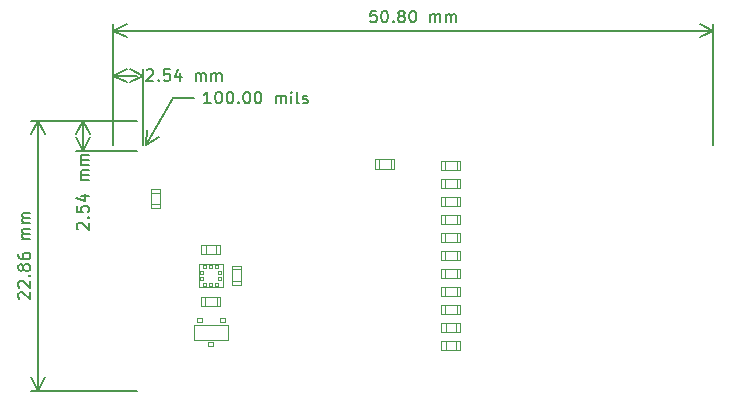
<source format=gbr>
%TF.GenerationSoftware,KiCad,Pcbnew,7.0.11*%
%TF.CreationDate,2024-03-28T16:15:39-04:00*%
%TF.ProjectId,weather-featherwing,77656174-6865-4722-9d66-656174686572,03*%
%TF.SameCoordinates,Original*%
%TF.FileFunction,OtherDrawing,Comment*%
%FSLAX46Y46*%
G04 Gerber Fmt 4.6, Leading zero omitted, Abs format (unit mm)*
G04 Created by KiCad (PCBNEW 7.0.11) date 2024-03-28 16:15:39*
%MOMM*%
%LPD*%
G01*
G04 APERTURE LIST*
%ADD10C,0.150000*%
%ADD11C,0.025000*%
G04 APERTURE END LIST*
D10*
X106350058Y-111616665D02*
X106302439Y-111569046D01*
X106302439Y-111569046D02*
X106254820Y-111473808D01*
X106254820Y-111473808D02*
X106254820Y-111235713D01*
X106254820Y-111235713D02*
X106302439Y-111140475D01*
X106302439Y-111140475D02*
X106350058Y-111092856D01*
X106350058Y-111092856D02*
X106445296Y-111045237D01*
X106445296Y-111045237D02*
X106540534Y-111045237D01*
X106540534Y-111045237D02*
X106683391Y-111092856D01*
X106683391Y-111092856D02*
X107254820Y-111664284D01*
X107254820Y-111664284D02*
X107254820Y-111045237D01*
X106350058Y-110664284D02*
X106302439Y-110616665D01*
X106302439Y-110616665D02*
X106254820Y-110521427D01*
X106254820Y-110521427D02*
X106254820Y-110283332D01*
X106254820Y-110283332D02*
X106302439Y-110188094D01*
X106302439Y-110188094D02*
X106350058Y-110140475D01*
X106350058Y-110140475D02*
X106445296Y-110092856D01*
X106445296Y-110092856D02*
X106540534Y-110092856D01*
X106540534Y-110092856D02*
X106683391Y-110140475D01*
X106683391Y-110140475D02*
X107254820Y-110711903D01*
X107254820Y-110711903D02*
X107254820Y-110092856D01*
X107159581Y-109664284D02*
X107207201Y-109616665D01*
X107207201Y-109616665D02*
X107254820Y-109664284D01*
X107254820Y-109664284D02*
X107207201Y-109711903D01*
X107207201Y-109711903D02*
X107159581Y-109664284D01*
X107159581Y-109664284D02*
X107254820Y-109664284D01*
X106683391Y-109045237D02*
X106635772Y-109140475D01*
X106635772Y-109140475D02*
X106588153Y-109188094D01*
X106588153Y-109188094D02*
X106492915Y-109235713D01*
X106492915Y-109235713D02*
X106445296Y-109235713D01*
X106445296Y-109235713D02*
X106350058Y-109188094D01*
X106350058Y-109188094D02*
X106302439Y-109140475D01*
X106302439Y-109140475D02*
X106254820Y-109045237D01*
X106254820Y-109045237D02*
X106254820Y-108854761D01*
X106254820Y-108854761D02*
X106302439Y-108759523D01*
X106302439Y-108759523D02*
X106350058Y-108711904D01*
X106350058Y-108711904D02*
X106445296Y-108664285D01*
X106445296Y-108664285D02*
X106492915Y-108664285D01*
X106492915Y-108664285D02*
X106588153Y-108711904D01*
X106588153Y-108711904D02*
X106635772Y-108759523D01*
X106635772Y-108759523D02*
X106683391Y-108854761D01*
X106683391Y-108854761D02*
X106683391Y-109045237D01*
X106683391Y-109045237D02*
X106731010Y-109140475D01*
X106731010Y-109140475D02*
X106778629Y-109188094D01*
X106778629Y-109188094D02*
X106873867Y-109235713D01*
X106873867Y-109235713D02*
X107064343Y-109235713D01*
X107064343Y-109235713D02*
X107159581Y-109188094D01*
X107159581Y-109188094D02*
X107207201Y-109140475D01*
X107207201Y-109140475D02*
X107254820Y-109045237D01*
X107254820Y-109045237D02*
X107254820Y-108854761D01*
X107254820Y-108854761D02*
X107207201Y-108759523D01*
X107207201Y-108759523D02*
X107159581Y-108711904D01*
X107159581Y-108711904D02*
X107064343Y-108664285D01*
X107064343Y-108664285D02*
X106873867Y-108664285D01*
X106873867Y-108664285D02*
X106778629Y-108711904D01*
X106778629Y-108711904D02*
X106731010Y-108759523D01*
X106731010Y-108759523D02*
X106683391Y-108854761D01*
X106254820Y-107807142D02*
X106254820Y-107997618D01*
X106254820Y-107997618D02*
X106302439Y-108092856D01*
X106302439Y-108092856D02*
X106350058Y-108140475D01*
X106350058Y-108140475D02*
X106492915Y-108235713D01*
X106492915Y-108235713D02*
X106683391Y-108283332D01*
X106683391Y-108283332D02*
X107064343Y-108283332D01*
X107064343Y-108283332D02*
X107159581Y-108235713D01*
X107159581Y-108235713D02*
X107207201Y-108188094D01*
X107207201Y-108188094D02*
X107254820Y-108092856D01*
X107254820Y-108092856D02*
X107254820Y-107902380D01*
X107254820Y-107902380D02*
X107207201Y-107807142D01*
X107207201Y-107807142D02*
X107159581Y-107759523D01*
X107159581Y-107759523D02*
X107064343Y-107711904D01*
X107064343Y-107711904D02*
X106826248Y-107711904D01*
X106826248Y-107711904D02*
X106731010Y-107759523D01*
X106731010Y-107759523D02*
X106683391Y-107807142D01*
X106683391Y-107807142D02*
X106635772Y-107902380D01*
X106635772Y-107902380D02*
X106635772Y-108092856D01*
X106635772Y-108092856D02*
X106683391Y-108188094D01*
X106683391Y-108188094D02*
X106731010Y-108235713D01*
X106731010Y-108235713D02*
X106826248Y-108283332D01*
X107254820Y-106521427D02*
X106588153Y-106521427D01*
X106683391Y-106521427D02*
X106635772Y-106473808D01*
X106635772Y-106473808D02*
X106588153Y-106378570D01*
X106588153Y-106378570D02*
X106588153Y-106235713D01*
X106588153Y-106235713D02*
X106635772Y-106140475D01*
X106635772Y-106140475D02*
X106731010Y-106092856D01*
X106731010Y-106092856D02*
X107254820Y-106092856D01*
X106731010Y-106092856D02*
X106635772Y-106045237D01*
X106635772Y-106045237D02*
X106588153Y-105949999D01*
X106588153Y-105949999D02*
X106588153Y-105807142D01*
X106588153Y-105807142D02*
X106635772Y-105711903D01*
X106635772Y-105711903D02*
X106731010Y-105664284D01*
X106731010Y-105664284D02*
X107254820Y-105664284D01*
X107254820Y-105188094D02*
X106588153Y-105188094D01*
X106683391Y-105188094D02*
X106635772Y-105140475D01*
X106635772Y-105140475D02*
X106588153Y-105045237D01*
X106588153Y-105045237D02*
X106588153Y-104902380D01*
X106588153Y-104902380D02*
X106635772Y-104807142D01*
X106635772Y-104807142D02*
X106731010Y-104759523D01*
X106731010Y-104759523D02*
X107254820Y-104759523D01*
X106731010Y-104759523D02*
X106635772Y-104711904D01*
X106635772Y-104711904D02*
X106588153Y-104616666D01*
X106588153Y-104616666D02*
X106588153Y-104473809D01*
X106588153Y-104473809D02*
X106635772Y-104378570D01*
X106635772Y-104378570D02*
X106731010Y-104330951D01*
X106731010Y-104330951D02*
X107254820Y-104330951D01*
X116340000Y-96520000D02*
X107363581Y-96520000D01*
X116340000Y-119380000D02*
X107363581Y-119380000D01*
X107950001Y-96520000D02*
X107950001Y-119380000D01*
X107950001Y-96520000D02*
X107950001Y-119380000D01*
X107950001Y-96520000D02*
X108536422Y-97646504D01*
X107950001Y-96520000D02*
X107363580Y-97646504D01*
X107950001Y-119380000D02*
X107363580Y-118253496D01*
X107950001Y-119380000D02*
X108536422Y-118253496D01*
X117129160Y-92260057D02*
X117176779Y-92212438D01*
X117176779Y-92212438D02*
X117272017Y-92164819D01*
X117272017Y-92164819D02*
X117510112Y-92164819D01*
X117510112Y-92164819D02*
X117605350Y-92212438D01*
X117605350Y-92212438D02*
X117652969Y-92260057D01*
X117652969Y-92260057D02*
X117700588Y-92355295D01*
X117700588Y-92355295D02*
X117700588Y-92450533D01*
X117700588Y-92450533D02*
X117652969Y-92593390D01*
X117652969Y-92593390D02*
X117081541Y-93164819D01*
X117081541Y-93164819D02*
X117700588Y-93164819D01*
X118129160Y-93069580D02*
X118176779Y-93117200D01*
X118176779Y-93117200D02*
X118129160Y-93164819D01*
X118129160Y-93164819D02*
X118081541Y-93117200D01*
X118081541Y-93117200D02*
X118129160Y-93069580D01*
X118129160Y-93069580D02*
X118129160Y-93164819D01*
X119081540Y-92164819D02*
X118605350Y-92164819D01*
X118605350Y-92164819D02*
X118557731Y-92641009D01*
X118557731Y-92641009D02*
X118605350Y-92593390D01*
X118605350Y-92593390D02*
X118700588Y-92545771D01*
X118700588Y-92545771D02*
X118938683Y-92545771D01*
X118938683Y-92545771D02*
X119033921Y-92593390D01*
X119033921Y-92593390D02*
X119081540Y-92641009D01*
X119081540Y-92641009D02*
X119129159Y-92736247D01*
X119129159Y-92736247D02*
X119129159Y-92974342D01*
X119129159Y-92974342D02*
X119081540Y-93069580D01*
X119081540Y-93069580D02*
X119033921Y-93117200D01*
X119033921Y-93117200D02*
X118938683Y-93164819D01*
X118938683Y-93164819D02*
X118700588Y-93164819D01*
X118700588Y-93164819D02*
X118605350Y-93117200D01*
X118605350Y-93117200D02*
X118557731Y-93069580D01*
X119986302Y-92498152D02*
X119986302Y-93164819D01*
X119748207Y-92117200D02*
X119510112Y-92831485D01*
X119510112Y-92831485D02*
X120129159Y-92831485D01*
X121272017Y-93164819D02*
X121272017Y-92498152D01*
X121272017Y-92593390D02*
X121319636Y-92545771D01*
X121319636Y-92545771D02*
X121414874Y-92498152D01*
X121414874Y-92498152D02*
X121557731Y-92498152D01*
X121557731Y-92498152D02*
X121652969Y-92545771D01*
X121652969Y-92545771D02*
X121700588Y-92641009D01*
X121700588Y-92641009D02*
X121700588Y-93164819D01*
X121700588Y-92641009D02*
X121748207Y-92545771D01*
X121748207Y-92545771D02*
X121843445Y-92498152D01*
X121843445Y-92498152D02*
X121986302Y-92498152D01*
X121986302Y-92498152D02*
X122081541Y-92545771D01*
X122081541Y-92545771D02*
X122129160Y-92641009D01*
X122129160Y-92641009D02*
X122129160Y-93164819D01*
X122605350Y-93164819D02*
X122605350Y-92498152D01*
X122605350Y-92593390D02*
X122652969Y-92545771D01*
X122652969Y-92545771D02*
X122748207Y-92498152D01*
X122748207Y-92498152D02*
X122891064Y-92498152D01*
X122891064Y-92498152D02*
X122986302Y-92545771D01*
X122986302Y-92545771D02*
X123033921Y-92641009D01*
X123033921Y-92641009D02*
X123033921Y-93164819D01*
X123033921Y-92641009D02*
X123081540Y-92545771D01*
X123081540Y-92545771D02*
X123176778Y-92498152D01*
X123176778Y-92498152D02*
X123319635Y-92498152D01*
X123319635Y-92498152D02*
X123414874Y-92545771D01*
X123414874Y-92545771D02*
X123462493Y-92641009D01*
X123462493Y-92641009D02*
X123462493Y-93164819D01*
X114300000Y-98560000D02*
X114300000Y-92123580D01*
X116840000Y-98560000D02*
X116840000Y-92123580D01*
X114300000Y-92710000D02*
X116340000Y-92710000D01*
X114300000Y-92710000D02*
X115426504Y-92123579D01*
X114300000Y-92710000D02*
X115426504Y-93296421D01*
X116840000Y-92710000D02*
X115713496Y-93296421D01*
X116840000Y-92710000D02*
X115713496Y-92123579D01*
X136557143Y-87204819D02*
X136080953Y-87204819D01*
X136080953Y-87204819D02*
X136033334Y-87681009D01*
X136033334Y-87681009D02*
X136080953Y-87633390D01*
X136080953Y-87633390D02*
X136176191Y-87585771D01*
X136176191Y-87585771D02*
X136414286Y-87585771D01*
X136414286Y-87585771D02*
X136509524Y-87633390D01*
X136509524Y-87633390D02*
X136557143Y-87681009D01*
X136557143Y-87681009D02*
X136604762Y-87776247D01*
X136604762Y-87776247D02*
X136604762Y-88014342D01*
X136604762Y-88014342D02*
X136557143Y-88109580D01*
X136557143Y-88109580D02*
X136509524Y-88157200D01*
X136509524Y-88157200D02*
X136414286Y-88204819D01*
X136414286Y-88204819D02*
X136176191Y-88204819D01*
X136176191Y-88204819D02*
X136080953Y-88157200D01*
X136080953Y-88157200D02*
X136033334Y-88109580D01*
X137223810Y-87204819D02*
X137319048Y-87204819D01*
X137319048Y-87204819D02*
X137414286Y-87252438D01*
X137414286Y-87252438D02*
X137461905Y-87300057D01*
X137461905Y-87300057D02*
X137509524Y-87395295D01*
X137509524Y-87395295D02*
X137557143Y-87585771D01*
X137557143Y-87585771D02*
X137557143Y-87823866D01*
X137557143Y-87823866D02*
X137509524Y-88014342D01*
X137509524Y-88014342D02*
X137461905Y-88109580D01*
X137461905Y-88109580D02*
X137414286Y-88157200D01*
X137414286Y-88157200D02*
X137319048Y-88204819D01*
X137319048Y-88204819D02*
X137223810Y-88204819D01*
X137223810Y-88204819D02*
X137128572Y-88157200D01*
X137128572Y-88157200D02*
X137080953Y-88109580D01*
X137080953Y-88109580D02*
X137033334Y-88014342D01*
X137033334Y-88014342D02*
X136985715Y-87823866D01*
X136985715Y-87823866D02*
X136985715Y-87585771D01*
X136985715Y-87585771D02*
X137033334Y-87395295D01*
X137033334Y-87395295D02*
X137080953Y-87300057D01*
X137080953Y-87300057D02*
X137128572Y-87252438D01*
X137128572Y-87252438D02*
X137223810Y-87204819D01*
X137985715Y-88109580D02*
X138033334Y-88157200D01*
X138033334Y-88157200D02*
X137985715Y-88204819D01*
X137985715Y-88204819D02*
X137938096Y-88157200D01*
X137938096Y-88157200D02*
X137985715Y-88109580D01*
X137985715Y-88109580D02*
X137985715Y-88204819D01*
X138604762Y-87633390D02*
X138509524Y-87585771D01*
X138509524Y-87585771D02*
X138461905Y-87538152D01*
X138461905Y-87538152D02*
X138414286Y-87442914D01*
X138414286Y-87442914D02*
X138414286Y-87395295D01*
X138414286Y-87395295D02*
X138461905Y-87300057D01*
X138461905Y-87300057D02*
X138509524Y-87252438D01*
X138509524Y-87252438D02*
X138604762Y-87204819D01*
X138604762Y-87204819D02*
X138795238Y-87204819D01*
X138795238Y-87204819D02*
X138890476Y-87252438D01*
X138890476Y-87252438D02*
X138938095Y-87300057D01*
X138938095Y-87300057D02*
X138985714Y-87395295D01*
X138985714Y-87395295D02*
X138985714Y-87442914D01*
X138985714Y-87442914D02*
X138938095Y-87538152D01*
X138938095Y-87538152D02*
X138890476Y-87585771D01*
X138890476Y-87585771D02*
X138795238Y-87633390D01*
X138795238Y-87633390D02*
X138604762Y-87633390D01*
X138604762Y-87633390D02*
X138509524Y-87681009D01*
X138509524Y-87681009D02*
X138461905Y-87728628D01*
X138461905Y-87728628D02*
X138414286Y-87823866D01*
X138414286Y-87823866D02*
X138414286Y-88014342D01*
X138414286Y-88014342D02*
X138461905Y-88109580D01*
X138461905Y-88109580D02*
X138509524Y-88157200D01*
X138509524Y-88157200D02*
X138604762Y-88204819D01*
X138604762Y-88204819D02*
X138795238Y-88204819D01*
X138795238Y-88204819D02*
X138890476Y-88157200D01*
X138890476Y-88157200D02*
X138938095Y-88109580D01*
X138938095Y-88109580D02*
X138985714Y-88014342D01*
X138985714Y-88014342D02*
X138985714Y-87823866D01*
X138985714Y-87823866D02*
X138938095Y-87728628D01*
X138938095Y-87728628D02*
X138890476Y-87681009D01*
X138890476Y-87681009D02*
X138795238Y-87633390D01*
X139604762Y-87204819D02*
X139700000Y-87204819D01*
X139700000Y-87204819D02*
X139795238Y-87252438D01*
X139795238Y-87252438D02*
X139842857Y-87300057D01*
X139842857Y-87300057D02*
X139890476Y-87395295D01*
X139890476Y-87395295D02*
X139938095Y-87585771D01*
X139938095Y-87585771D02*
X139938095Y-87823866D01*
X139938095Y-87823866D02*
X139890476Y-88014342D01*
X139890476Y-88014342D02*
X139842857Y-88109580D01*
X139842857Y-88109580D02*
X139795238Y-88157200D01*
X139795238Y-88157200D02*
X139700000Y-88204819D01*
X139700000Y-88204819D02*
X139604762Y-88204819D01*
X139604762Y-88204819D02*
X139509524Y-88157200D01*
X139509524Y-88157200D02*
X139461905Y-88109580D01*
X139461905Y-88109580D02*
X139414286Y-88014342D01*
X139414286Y-88014342D02*
X139366667Y-87823866D01*
X139366667Y-87823866D02*
X139366667Y-87585771D01*
X139366667Y-87585771D02*
X139414286Y-87395295D01*
X139414286Y-87395295D02*
X139461905Y-87300057D01*
X139461905Y-87300057D02*
X139509524Y-87252438D01*
X139509524Y-87252438D02*
X139604762Y-87204819D01*
X141128572Y-88204819D02*
X141128572Y-87538152D01*
X141128572Y-87633390D02*
X141176191Y-87585771D01*
X141176191Y-87585771D02*
X141271429Y-87538152D01*
X141271429Y-87538152D02*
X141414286Y-87538152D01*
X141414286Y-87538152D02*
X141509524Y-87585771D01*
X141509524Y-87585771D02*
X141557143Y-87681009D01*
X141557143Y-87681009D02*
X141557143Y-88204819D01*
X141557143Y-87681009D02*
X141604762Y-87585771D01*
X141604762Y-87585771D02*
X141700000Y-87538152D01*
X141700000Y-87538152D02*
X141842857Y-87538152D01*
X141842857Y-87538152D02*
X141938096Y-87585771D01*
X141938096Y-87585771D02*
X141985715Y-87681009D01*
X141985715Y-87681009D02*
X141985715Y-88204819D01*
X142461905Y-88204819D02*
X142461905Y-87538152D01*
X142461905Y-87633390D02*
X142509524Y-87585771D01*
X142509524Y-87585771D02*
X142604762Y-87538152D01*
X142604762Y-87538152D02*
X142747619Y-87538152D01*
X142747619Y-87538152D02*
X142842857Y-87585771D01*
X142842857Y-87585771D02*
X142890476Y-87681009D01*
X142890476Y-87681009D02*
X142890476Y-88204819D01*
X142890476Y-87681009D02*
X142938095Y-87585771D01*
X142938095Y-87585771D02*
X143033333Y-87538152D01*
X143033333Y-87538152D02*
X143176190Y-87538152D01*
X143176190Y-87538152D02*
X143271429Y-87585771D01*
X143271429Y-87585771D02*
X143319048Y-87681009D01*
X143319048Y-87681009D02*
X143319048Y-88204819D01*
X114300000Y-98560000D02*
X114300000Y-88313580D01*
X165100000Y-98560000D02*
X165100000Y-88313580D01*
X114300000Y-88900000D02*
X165100000Y-88900000D01*
X114300000Y-88900000D02*
X165100000Y-88900000D01*
X114300000Y-88900000D02*
X115426504Y-88313579D01*
X114300000Y-88900000D02*
X115426504Y-89486421D01*
X165100000Y-88900000D02*
X163973496Y-89486421D01*
X165100000Y-88900000D02*
X163973496Y-88313579D01*
X111310057Y-105730111D02*
X111262438Y-105682492D01*
X111262438Y-105682492D02*
X111214819Y-105587254D01*
X111214819Y-105587254D02*
X111214819Y-105349159D01*
X111214819Y-105349159D02*
X111262438Y-105253921D01*
X111262438Y-105253921D02*
X111310057Y-105206302D01*
X111310057Y-105206302D02*
X111405295Y-105158683D01*
X111405295Y-105158683D02*
X111500533Y-105158683D01*
X111500533Y-105158683D02*
X111643390Y-105206302D01*
X111643390Y-105206302D02*
X112214819Y-105777730D01*
X112214819Y-105777730D02*
X112214819Y-105158683D01*
X112119580Y-104730111D02*
X112167200Y-104682492D01*
X112167200Y-104682492D02*
X112214819Y-104730111D01*
X112214819Y-104730111D02*
X112167200Y-104777730D01*
X112167200Y-104777730D02*
X112119580Y-104730111D01*
X112119580Y-104730111D02*
X112214819Y-104730111D01*
X111214819Y-103777731D02*
X111214819Y-104253921D01*
X111214819Y-104253921D02*
X111691009Y-104301540D01*
X111691009Y-104301540D02*
X111643390Y-104253921D01*
X111643390Y-104253921D02*
X111595771Y-104158683D01*
X111595771Y-104158683D02*
X111595771Y-103920588D01*
X111595771Y-103920588D02*
X111643390Y-103825350D01*
X111643390Y-103825350D02*
X111691009Y-103777731D01*
X111691009Y-103777731D02*
X111786247Y-103730112D01*
X111786247Y-103730112D02*
X112024342Y-103730112D01*
X112024342Y-103730112D02*
X112119580Y-103777731D01*
X112119580Y-103777731D02*
X112167200Y-103825350D01*
X112167200Y-103825350D02*
X112214819Y-103920588D01*
X112214819Y-103920588D02*
X112214819Y-104158683D01*
X112214819Y-104158683D02*
X112167200Y-104253921D01*
X112167200Y-104253921D02*
X112119580Y-104301540D01*
X111548152Y-102872969D02*
X112214819Y-102872969D01*
X111167200Y-103111064D02*
X111881485Y-103349159D01*
X111881485Y-103349159D02*
X111881485Y-102730112D01*
X112214819Y-101587254D02*
X111548152Y-101587254D01*
X111643390Y-101587254D02*
X111595771Y-101539635D01*
X111595771Y-101539635D02*
X111548152Y-101444397D01*
X111548152Y-101444397D02*
X111548152Y-101301540D01*
X111548152Y-101301540D02*
X111595771Y-101206302D01*
X111595771Y-101206302D02*
X111691009Y-101158683D01*
X111691009Y-101158683D02*
X112214819Y-101158683D01*
X111691009Y-101158683D02*
X111595771Y-101111064D01*
X111595771Y-101111064D02*
X111548152Y-101015826D01*
X111548152Y-101015826D02*
X111548152Y-100872969D01*
X111548152Y-100872969D02*
X111595771Y-100777730D01*
X111595771Y-100777730D02*
X111691009Y-100730111D01*
X111691009Y-100730111D02*
X112214819Y-100730111D01*
X112214819Y-100253921D02*
X111548152Y-100253921D01*
X111643390Y-100253921D02*
X111595771Y-100206302D01*
X111595771Y-100206302D02*
X111548152Y-100111064D01*
X111548152Y-100111064D02*
X111548152Y-99968207D01*
X111548152Y-99968207D02*
X111595771Y-99872969D01*
X111595771Y-99872969D02*
X111691009Y-99825350D01*
X111691009Y-99825350D02*
X112214819Y-99825350D01*
X111691009Y-99825350D02*
X111595771Y-99777731D01*
X111595771Y-99777731D02*
X111548152Y-99682493D01*
X111548152Y-99682493D02*
X111548152Y-99539636D01*
X111548152Y-99539636D02*
X111595771Y-99444397D01*
X111595771Y-99444397D02*
X111691009Y-99396778D01*
X111691009Y-99396778D02*
X112214819Y-99396778D01*
X116340000Y-96520000D02*
X111173580Y-96520000D01*
X116340000Y-99060000D02*
X111173580Y-99060000D01*
X111760000Y-96520000D02*
X111760000Y-99060000D01*
X111760000Y-96520000D02*
X111760000Y-99060000D01*
X111760000Y-96520000D02*
X112346421Y-97646504D01*
X111760000Y-96520000D02*
X111173579Y-97646504D01*
X111760000Y-99060000D02*
X111173579Y-97933496D01*
X111760000Y-99060000D02*
X112346421Y-97933496D01*
X122555476Y-95069819D02*
X121984048Y-95069819D01*
X122269762Y-95069819D02*
X122269762Y-94069819D01*
X122269762Y-94069819D02*
X122174524Y-94212676D01*
X122174524Y-94212676D02*
X122079286Y-94307914D01*
X122079286Y-94307914D02*
X121984048Y-94355533D01*
X123174524Y-94069819D02*
X123269762Y-94069819D01*
X123269762Y-94069819D02*
X123365000Y-94117438D01*
X123365000Y-94117438D02*
X123412619Y-94165057D01*
X123412619Y-94165057D02*
X123460238Y-94260295D01*
X123460238Y-94260295D02*
X123507857Y-94450771D01*
X123507857Y-94450771D02*
X123507857Y-94688866D01*
X123507857Y-94688866D02*
X123460238Y-94879342D01*
X123460238Y-94879342D02*
X123412619Y-94974580D01*
X123412619Y-94974580D02*
X123365000Y-95022200D01*
X123365000Y-95022200D02*
X123269762Y-95069819D01*
X123269762Y-95069819D02*
X123174524Y-95069819D01*
X123174524Y-95069819D02*
X123079286Y-95022200D01*
X123079286Y-95022200D02*
X123031667Y-94974580D01*
X123031667Y-94974580D02*
X122984048Y-94879342D01*
X122984048Y-94879342D02*
X122936429Y-94688866D01*
X122936429Y-94688866D02*
X122936429Y-94450771D01*
X122936429Y-94450771D02*
X122984048Y-94260295D01*
X122984048Y-94260295D02*
X123031667Y-94165057D01*
X123031667Y-94165057D02*
X123079286Y-94117438D01*
X123079286Y-94117438D02*
X123174524Y-94069819D01*
X124126905Y-94069819D02*
X124222143Y-94069819D01*
X124222143Y-94069819D02*
X124317381Y-94117438D01*
X124317381Y-94117438D02*
X124365000Y-94165057D01*
X124365000Y-94165057D02*
X124412619Y-94260295D01*
X124412619Y-94260295D02*
X124460238Y-94450771D01*
X124460238Y-94450771D02*
X124460238Y-94688866D01*
X124460238Y-94688866D02*
X124412619Y-94879342D01*
X124412619Y-94879342D02*
X124365000Y-94974580D01*
X124365000Y-94974580D02*
X124317381Y-95022200D01*
X124317381Y-95022200D02*
X124222143Y-95069819D01*
X124222143Y-95069819D02*
X124126905Y-95069819D01*
X124126905Y-95069819D02*
X124031667Y-95022200D01*
X124031667Y-95022200D02*
X123984048Y-94974580D01*
X123984048Y-94974580D02*
X123936429Y-94879342D01*
X123936429Y-94879342D02*
X123888810Y-94688866D01*
X123888810Y-94688866D02*
X123888810Y-94450771D01*
X123888810Y-94450771D02*
X123936429Y-94260295D01*
X123936429Y-94260295D02*
X123984048Y-94165057D01*
X123984048Y-94165057D02*
X124031667Y-94117438D01*
X124031667Y-94117438D02*
X124126905Y-94069819D01*
X124888810Y-94974580D02*
X124936429Y-95022200D01*
X124936429Y-95022200D02*
X124888810Y-95069819D01*
X124888810Y-95069819D02*
X124841191Y-95022200D01*
X124841191Y-95022200D02*
X124888810Y-94974580D01*
X124888810Y-94974580D02*
X124888810Y-95069819D01*
X125555476Y-94069819D02*
X125650714Y-94069819D01*
X125650714Y-94069819D02*
X125745952Y-94117438D01*
X125745952Y-94117438D02*
X125793571Y-94165057D01*
X125793571Y-94165057D02*
X125841190Y-94260295D01*
X125841190Y-94260295D02*
X125888809Y-94450771D01*
X125888809Y-94450771D02*
X125888809Y-94688866D01*
X125888809Y-94688866D02*
X125841190Y-94879342D01*
X125841190Y-94879342D02*
X125793571Y-94974580D01*
X125793571Y-94974580D02*
X125745952Y-95022200D01*
X125745952Y-95022200D02*
X125650714Y-95069819D01*
X125650714Y-95069819D02*
X125555476Y-95069819D01*
X125555476Y-95069819D02*
X125460238Y-95022200D01*
X125460238Y-95022200D02*
X125412619Y-94974580D01*
X125412619Y-94974580D02*
X125365000Y-94879342D01*
X125365000Y-94879342D02*
X125317381Y-94688866D01*
X125317381Y-94688866D02*
X125317381Y-94450771D01*
X125317381Y-94450771D02*
X125365000Y-94260295D01*
X125365000Y-94260295D02*
X125412619Y-94165057D01*
X125412619Y-94165057D02*
X125460238Y-94117438D01*
X125460238Y-94117438D02*
X125555476Y-94069819D01*
X126507857Y-94069819D02*
X126603095Y-94069819D01*
X126603095Y-94069819D02*
X126698333Y-94117438D01*
X126698333Y-94117438D02*
X126745952Y-94165057D01*
X126745952Y-94165057D02*
X126793571Y-94260295D01*
X126793571Y-94260295D02*
X126841190Y-94450771D01*
X126841190Y-94450771D02*
X126841190Y-94688866D01*
X126841190Y-94688866D02*
X126793571Y-94879342D01*
X126793571Y-94879342D02*
X126745952Y-94974580D01*
X126745952Y-94974580D02*
X126698333Y-95022200D01*
X126698333Y-95022200D02*
X126603095Y-95069819D01*
X126603095Y-95069819D02*
X126507857Y-95069819D01*
X126507857Y-95069819D02*
X126412619Y-95022200D01*
X126412619Y-95022200D02*
X126365000Y-94974580D01*
X126365000Y-94974580D02*
X126317381Y-94879342D01*
X126317381Y-94879342D02*
X126269762Y-94688866D01*
X126269762Y-94688866D02*
X126269762Y-94450771D01*
X126269762Y-94450771D02*
X126317381Y-94260295D01*
X126317381Y-94260295D02*
X126365000Y-94165057D01*
X126365000Y-94165057D02*
X126412619Y-94117438D01*
X126412619Y-94117438D02*
X126507857Y-94069819D01*
X128031667Y-95069819D02*
X128031667Y-94403152D01*
X128031667Y-94498390D02*
X128079286Y-94450771D01*
X128079286Y-94450771D02*
X128174524Y-94403152D01*
X128174524Y-94403152D02*
X128317381Y-94403152D01*
X128317381Y-94403152D02*
X128412619Y-94450771D01*
X128412619Y-94450771D02*
X128460238Y-94546009D01*
X128460238Y-94546009D02*
X128460238Y-95069819D01*
X128460238Y-94546009D02*
X128507857Y-94450771D01*
X128507857Y-94450771D02*
X128603095Y-94403152D01*
X128603095Y-94403152D02*
X128745952Y-94403152D01*
X128745952Y-94403152D02*
X128841191Y-94450771D01*
X128841191Y-94450771D02*
X128888810Y-94546009D01*
X128888810Y-94546009D02*
X128888810Y-95069819D01*
X129365000Y-95069819D02*
X129365000Y-94403152D01*
X129365000Y-94069819D02*
X129317381Y-94117438D01*
X129317381Y-94117438D02*
X129365000Y-94165057D01*
X129365000Y-94165057D02*
X129412619Y-94117438D01*
X129412619Y-94117438D02*
X129365000Y-94069819D01*
X129365000Y-94069819D02*
X129365000Y-94165057D01*
X129984047Y-95069819D02*
X129888809Y-95022200D01*
X129888809Y-95022200D02*
X129841190Y-94926961D01*
X129841190Y-94926961D02*
X129841190Y-94069819D01*
X130317381Y-95022200D02*
X130412619Y-95069819D01*
X130412619Y-95069819D02*
X130603095Y-95069819D01*
X130603095Y-95069819D02*
X130698333Y-95022200D01*
X130698333Y-95022200D02*
X130745952Y-94926961D01*
X130745952Y-94926961D02*
X130745952Y-94879342D01*
X130745952Y-94879342D02*
X130698333Y-94784104D01*
X130698333Y-94784104D02*
X130603095Y-94736485D01*
X130603095Y-94736485D02*
X130460238Y-94736485D01*
X130460238Y-94736485D02*
X130365000Y-94688866D01*
X130365000Y-94688866D02*
X130317381Y-94593628D01*
X130317381Y-94593628D02*
X130317381Y-94546009D01*
X130317381Y-94546009D02*
X130365000Y-94450771D01*
X130365000Y-94450771D02*
X130460238Y-94403152D01*
X130460238Y-94403152D02*
X130603095Y-94403152D01*
X130603095Y-94403152D02*
X130698333Y-94450771D01*
X117088069Y-98625878D02*
X119380000Y-94615000D01*
X117088069Y-98625878D02*
X117137816Y-97356853D01*
X117088069Y-98625878D02*
X118156127Y-97938745D01*
X119380000Y-94615000D02*
X121168572Y-94615000D01*
X117088069Y-98625878D02*
X119380000Y-94615000D01*
X117088069Y-98625878D02*
X117137816Y-97356853D01*
X117088069Y-98625878D02*
X118156127Y-97938745D01*
X119380000Y-94615000D02*
X121168572Y-94615000D01*
D11*
%TO.C,R5*%
X142075000Y-107550000D02*
X142375000Y-107550000D01*
X142075000Y-107550000D02*
X143675000Y-107550000D01*
X142075000Y-108350000D02*
X142075000Y-107550000D01*
X142075000Y-108350000D02*
X142075000Y-107550000D01*
X142375000Y-107550000D02*
X142375000Y-108350000D01*
X142375000Y-108350000D02*
X142075000Y-108350000D01*
X143375000Y-107550000D02*
X143675000Y-107550000D01*
X143375000Y-108350000D02*
X143375000Y-107550000D01*
X143675000Y-107550000D02*
X143675000Y-108350000D01*
X143675000Y-107550000D02*
X143675000Y-108350000D01*
X143675000Y-108350000D02*
X142075000Y-108350000D01*
X143675000Y-108350000D02*
X143375000Y-108350000D01*
%TO.C,U3*%
X123985000Y-115067000D02*
X121125000Y-115067000D01*
X123985000Y-113787000D02*
X123985000Y-115067000D01*
X123715000Y-113606000D02*
X123295000Y-113606000D01*
X123715000Y-113242000D02*
X123715000Y-113606000D01*
X123295000Y-113606000D02*
X123295000Y-113242000D01*
X123295000Y-113242000D02*
X123715000Y-113242000D01*
X122765000Y-115612000D02*
X122345000Y-115612000D01*
X122765000Y-115248000D02*
X122765000Y-115612000D01*
X122345000Y-115612000D02*
X122345000Y-115248000D01*
X122345000Y-115248000D02*
X122765000Y-115248000D01*
X121815000Y-113606000D02*
X121395000Y-113606000D01*
X121815000Y-113242000D02*
X121815000Y-113606000D01*
X121395000Y-113606000D02*
X121395000Y-113242000D01*
X121395000Y-113242000D02*
X121815000Y-113242000D01*
X121125000Y-115067000D02*
X121125000Y-113787000D01*
X121125000Y-113787000D02*
X123985000Y-113787000D01*
%TO.C,R10*%
X124314000Y-110426400D02*
X124314000Y-110126400D01*
X124314000Y-110426400D02*
X124314000Y-108826400D01*
X125114000Y-110426400D02*
X124314000Y-110426400D01*
X125114000Y-110426400D02*
X124314000Y-110426400D01*
X124314000Y-110126400D02*
X125114000Y-110126400D01*
X125114000Y-110126400D02*
X125114000Y-110426400D01*
X124314000Y-109126400D02*
X124314000Y-108826400D01*
X125114000Y-109126400D02*
X124314000Y-109126400D01*
X124314000Y-108826400D02*
X125114000Y-108826400D01*
X124314000Y-108826400D02*
X125114000Y-108826400D01*
X125114000Y-108826400D02*
X125114000Y-110426400D01*
X125114000Y-108826400D02*
X125114000Y-109126400D01*
%TO.C,R11*%
X123355000Y-112261600D02*
X123055000Y-112261600D01*
X123355000Y-112261600D02*
X121755000Y-112261600D01*
X123355000Y-111461600D02*
X123355000Y-112261600D01*
X123355000Y-111461600D02*
X123355000Y-112261600D01*
X123055000Y-112261600D02*
X123055000Y-111461600D01*
X123055000Y-111461600D02*
X123355000Y-111461600D01*
X122055000Y-112261600D02*
X121755000Y-112261600D01*
X122055000Y-111461600D02*
X122055000Y-112261600D01*
X121755000Y-112261600D02*
X121755000Y-111461600D01*
X121755000Y-112261600D02*
X121755000Y-111461600D01*
X121755000Y-111461600D02*
X123355000Y-111461600D01*
X121755000Y-111461600D02*
X122055000Y-111461600D01*
%TO.C,R4*%
X142075000Y-109074000D02*
X142375000Y-109074000D01*
X142075000Y-109074000D02*
X143675000Y-109074000D01*
X142075000Y-109874000D02*
X142075000Y-109074000D01*
X142075000Y-109874000D02*
X142075000Y-109074000D01*
X142375000Y-109074000D02*
X142375000Y-109874000D01*
X142375000Y-109874000D02*
X142075000Y-109874000D01*
X143375000Y-109074000D02*
X143675000Y-109074000D01*
X143375000Y-109874000D02*
X143375000Y-109074000D01*
X143675000Y-109074000D02*
X143675000Y-109874000D01*
X143675000Y-109074000D02*
X143675000Y-109874000D01*
X143675000Y-109874000D02*
X142075000Y-109874000D01*
X143675000Y-109874000D02*
X143375000Y-109874000D01*
%TO.C,C1*%
X142075000Y-115170000D02*
X142425000Y-115170000D01*
X142075000Y-115170000D02*
X143675000Y-115170000D01*
X142075000Y-115970000D02*
X142075000Y-115170000D01*
X142075000Y-115970000D02*
X142075000Y-115170000D01*
X142425000Y-115170000D02*
X142425000Y-115970000D01*
X142425000Y-115970000D02*
X142075000Y-115970000D01*
X143325000Y-115170000D02*
X143675000Y-115170000D01*
X143325000Y-115970000D02*
X143325000Y-115170000D01*
X143675000Y-115170000D02*
X143675000Y-115970000D01*
X143675000Y-115170000D02*
X143675000Y-115970000D01*
X143675000Y-115970000D02*
X142075000Y-115970000D01*
X143675000Y-115970000D02*
X143325000Y-115970000D01*
%TO.C,R2*%
X142075000Y-112122000D02*
X142375000Y-112122000D01*
X142075000Y-112122000D02*
X143675000Y-112122000D01*
X142075000Y-112922000D02*
X142075000Y-112122000D01*
X142075000Y-112922000D02*
X142075000Y-112122000D01*
X142375000Y-112122000D02*
X142375000Y-112922000D01*
X142375000Y-112922000D02*
X142075000Y-112922000D01*
X143375000Y-112122000D02*
X143675000Y-112122000D01*
X143375000Y-112922000D02*
X143375000Y-112122000D01*
X143675000Y-112122000D02*
X143675000Y-112922000D01*
X143675000Y-112122000D02*
X143675000Y-112922000D01*
X143675000Y-112922000D02*
X142075000Y-112922000D01*
X143675000Y-112922000D02*
X143375000Y-112922000D01*
%TO.C,U1*%
X121555000Y-108626400D02*
X123555000Y-108626400D01*
X121555000Y-110626400D02*
X121555000Y-108626400D01*
X121654000Y-109251400D02*
X121930000Y-109251400D01*
X121654000Y-109501400D02*
X121654000Y-109251400D01*
X121654000Y-109751400D02*
X121930000Y-109751400D01*
X121654000Y-110001400D02*
X121654000Y-109751400D01*
X121930000Y-108725400D02*
X122180000Y-108725400D01*
X121930000Y-109001400D02*
X121930000Y-108725400D01*
X121930000Y-109251400D02*
X121930000Y-109501400D01*
X121930000Y-109501400D02*
X121654000Y-109501400D01*
X121930000Y-109751400D02*
X121930000Y-110001400D01*
X121930000Y-110001400D02*
X121654000Y-110001400D01*
X121930000Y-110251400D02*
X122180000Y-110251400D01*
X121930000Y-110527400D02*
X121930000Y-110251400D01*
X122180000Y-108725400D02*
X122180000Y-109001400D01*
X122180000Y-109001400D02*
X121930000Y-109001400D01*
X122180000Y-110251400D02*
X122180000Y-110527400D01*
X122180000Y-110527400D02*
X121930000Y-110527400D01*
X122430000Y-108725400D02*
X122680000Y-108725400D01*
X122430000Y-109001400D02*
X122430000Y-108725400D01*
X122430000Y-110251400D02*
X122680000Y-110251400D01*
X122430000Y-110527400D02*
X122430000Y-110251400D01*
X122680000Y-108725400D02*
X122680000Y-109001400D01*
X122680000Y-109001400D02*
X122430000Y-109001400D01*
X122680000Y-110251400D02*
X122680000Y-110527400D01*
X122680000Y-110527400D02*
X122430000Y-110527400D01*
X122930000Y-108725400D02*
X123180000Y-108725400D01*
X122930000Y-109001400D02*
X122930000Y-108725400D01*
X122930000Y-110251400D02*
X123180000Y-110251400D01*
X122930000Y-110527400D02*
X122930000Y-110251400D01*
X123180000Y-108725400D02*
X123180000Y-109001400D01*
X123180000Y-109001400D02*
X122930000Y-109001400D01*
X123180000Y-109251400D02*
X123456000Y-109251400D01*
X123180000Y-109501400D02*
X123180000Y-109251400D01*
X123180000Y-109751400D02*
X123456000Y-109751400D01*
X123180000Y-110001400D02*
X123180000Y-109751400D01*
X123180000Y-110251400D02*
X123180000Y-110527400D01*
X123180000Y-110527400D02*
X122930000Y-110527400D01*
X123456000Y-109251400D02*
X123456000Y-109501400D01*
X123456000Y-109501400D02*
X123180000Y-109501400D01*
X123456000Y-109751400D02*
X123456000Y-110001400D01*
X123456000Y-110001400D02*
X123180000Y-110001400D01*
X123555000Y-108626400D02*
X123555000Y-110626400D01*
X123555000Y-110626400D02*
X121555000Y-110626400D01*
%TO.C,R8*%
X142075000Y-101454000D02*
X142375000Y-101454000D01*
X142075000Y-101454000D02*
X143675000Y-101454000D01*
X142075000Y-102254000D02*
X142075000Y-101454000D01*
X142075000Y-102254000D02*
X142075000Y-101454000D01*
X142375000Y-101454000D02*
X142375000Y-102254000D01*
X142375000Y-102254000D02*
X142075000Y-102254000D01*
X143375000Y-101454000D02*
X143675000Y-101454000D01*
X143375000Y-102254000D02*
X143375000Y-101454000D01*
X143675000Y-101454000D02*
X143675000Y-102254000D01*
X143675000Y-101454000D02*
X143675000Y-102254000D01*
X143675000Y-102254000D02*
X142075000Y-102254000D01*
X143675000Y-102254000D02*
X143375000Y-102254000D01*
%TO.C,R12*%
X136487000Y-99803000D02*
X136787000Y-99803000D01*
X136487000Y-99803000D02*
X138087000Y-99803000D01*
X136487000Y-100603000D02*
X136487000Y-99803000D01*
X136487000Y-100603000D02*
X136487000Y-99803000D01*
X136787000Y-99803000D02*
X136787000Y-100603000D01*
X136787000Y-100603000D02*
X136487000Y-100603000D01*
X137787000Y-99803000D02*
X138087000Y-99803000D01*
X137787000Y-100603000D02*
X137787000Y-99803000D01*
X138087000Y-99803000D02*
X138087000Y-100603000D01*
X138087000Y-99803000D02*
X138087000Y-100603000D01*
X138087000Y-100603000D02*
X136487000Y-100603000D01*
X138087000Y-100603000D02*
X137787000Y-100603000D01*
%TO.C,C2*%
X142075000Y-113646000D02*
X142425000Y-113646000D01*
X142075000Y-113646000D02*
X143675000Y-113646000D01*
X142075000Y-114446000D02*
X142075000Y-113646000D01*
X142075000Y-114446000D02*
X142075000Y-113646000D01*
X142425000Y-113646000D02*
X142425000Y-114446000D01*
X142425000Y-114446000D02*
X142075000Y-114446000D01*
X143325000Y-113646000D02*
X143675000Y-113646000D01*
X143325000Y-114446000D02*
X143325000Y-113646000D01*
X143675000Y-113646000D02*
X143675000Y-114446000D01*
X143675000Y-113646000D02*
X143675000Y-114446000D01*
X143675000Y-114446000D02*
X142075000Y-114446000D01*
X143675000Y-114446000D02*
X143325000Y-114446000D01*
%TO.C,R1*%
X142075000Y-106026000D02*
X142375000Y-106026000D01*
X142075000Y-106026000D02*
X143675000Y-106026000D01*
X142075000Y-106826000D02*
X142075000Y-106026000D01*
X142075000Y-106826000D02*
X142075000Y-106026000D01*
X142375000Y-106026000D02*
X142375000Y-106826000D01*
X142375000Y-106826000D02*
X142075000Y-106826000D01*
X143375000Y-106026000D02*
X143675000Y-106026000D01*
X143375000Y-106826000D02*
X143375000Y-106026000D01*
X143675000Y-106026000D02*
X143675000Y-106826000D01*
X143675000Y-106026000D02*
X143675000Y-106826000D01*
X143675000Y-106826000D02*
X142075000Y-106826000D01*
X143675000Y-106826000D02*
X143375000Y-106826000D01*
%TO.C,C3*%
X121755000Y-107042000D02*
X122105000Y-107042000D01*
X121755000Y-107042000D02*
X123355000Y-107042000D01*
X121755000Y-107842000D02*
X121755000Y-107042000D01*
X121755000Y-107842000D02*
X121755000Y-107042000D01*
X122105000Y-107042000D02*
X122105000Y-107842000D01*
X122105000Y-107842000D02*
X121755000Y-107842000D01*
X123005000Y-107042000D02*
X123355000Y-107042000D01*
X123005000Y-107842000D02*
X123005000Y-107042000D01*
X123355000Y-107042000D02*
X123355000Y-107842000D01*
X123355000Y-107042000D02*
X123355000Y-107842000D01*
X123355000Y-107842000D02*
X121755000Y-107842000D01*
X123355000Y-107842000D02*
X123005000Y-107842000D01*
%TO.C,R7*%
X142075000Y-102978000D02*
X142375000Y-102978000D01*
X142075000Y-102978000D02*
X143675000Y-102978000D01*
X142075000Y-103778000D02*
X142075000Y-102978000D01*
X142075000Y-103778000D02*
X142075000Y-102978000D01*
X142375000Y-102978000D02*
X142375000Y-103778000D01*
X142375000Y-103778000D02*
X142075000Y-103778000D01*
X143375000Y-102978000D02*
X143675000Y-102978000D01*
X143375000Y-103778000D02*
X143375000Y-102978000D01*
X143675000Y-102978000D02*
X143675000Y-103778000D01*
X143675000Y-102978000D02*
X143675000Y-103778000D01*
X143675000Y-103778000D02*
X142075000Y-103778000D01*
X143675000Y-103778000D02*
X143375000Y-103778000D01*
%TO.C,R9*%
X142075000Y-99930000D02*
X142375000Y-99930000D01*
X142075000Y-99930000D02*
X143675000Y-99930000D01*
X142075000Y-100730000D02*
X142075000Y-99930000D01*
X142075000Y-100730000D02*
X142075000Y-99930000D01*
X142375000Y-99930000D02*
X142375000Y-100730000D01*
X142375000Y-100730000D02*
X142075000Y-100730000D01*
X143375000Y-99930000D02*
X143675000Y-99930000D01*
X143375000Y-100730000D02*
X143375000Y-99930000D01*
X143675000Y-99930000D02*
X143675000Y-100730000D01*
X143675000Y-99930000D02*
X143675000Y-100730000D01*
X143675000Y-100730000D02*
X142075000Y-100730000D01*
X143675000Y-100730000D02*
X143375000Y-100730000D01*
%TO.C,R6*%
X142075000Y-104502000D02*
X142375000Y-104502000D01*
X142075000Y-104502000D02*
X143675000Y-104502000D01*
X142075000Y-105302000D02*
X142075000Y-104502000D01*
X142075000Y-105302000D02*
X142075000Y-104502000D01*
X142375000Y-104502000D02*
X142375000Y-105302000D01*
X142375000Y-105302000D02*
X142075000Y-105302000D01*
X143375000Y-104502000D02*
X143675000Y-104502000D01*
X143375000Y-105302000D02*
X143375000Y-104502000D01*
X143675000Y-104502000D02*
X143675000Y-105302000D01*
X143675000Y-104502000D02*
X143675000Y-105302000D01*
X143675000Y-105302000D02*
X142075000Y-105302000D01*
X143675000Y-105302000D02*
X143375000Y-105302000D01*
%TO.C,R3*%
X142075000Y-110598000D02*
X142375000Y-110598000D01*
X142075000Y-110598000D02*
X143675000Y-110598000D01*
X142075000Y-111398000D02*
X142075000Y-110598000D01*
X142075000Y-111398000D02*
X142075000Y-110598000D01*
X142375000Y-110598000D02*
X142375000Y-111398000D01*
X142375000Y-111398000D02*
X142075000Y-111398000D01*
X143375000Y-110598000D02*
X143675000Y-110598000D01*
X143375000Y-111398000D02*
X143375000Y-110598000D01*
X143675000Y-110598000D02*
X143675000Y-111398000D01*
X143675000Y-110598000D02*
X143675000Y-111398000D01*
X143675000Y-111398000D02*
X142075000Y-111398000D01*
X143675000Y-111398000D02*
X143375000Y-111398000D01*
%TO.C,C4*%
X117456000Y-103924000D02*
X117456000Y-103574000D01*
X117456000Y-103924000D02*
X117456000Y-102324000D01*
X118256000Y-103924000D02*
X117456000Y-103924000D01*
X118256000Y-103924000D02*
X117456000Y-103924000D01*
X117456000Y-103574000D02*
X118256000Y-103574000D01*
X118256000Y-103574000D02*
X118256000Y-103924000D01*
X117456000Y-102674000D02*
X117456000Y-102324000D01*
X118256000Y-102674000D02*
X117456000Y-102674000D01*
X117456000Y-102324000D02*
X118256000Y-102324000D01*
X117456000Y-102324000D02*
X118256000Y-102324000D01*
X118256000Y-102324000D02*
X118256000Y-103924000D01*
X118256000Y-102324000D02*
X118256000Y-102674000D01*
%TD*%
M02*

</source>
